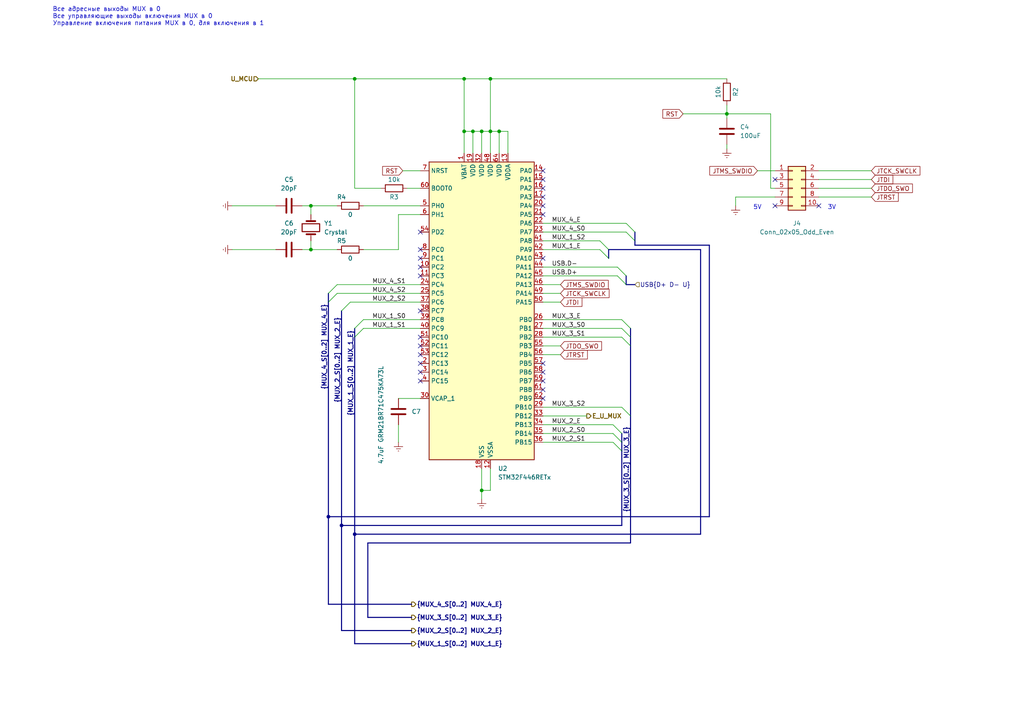
<source format=kicad_sch>
(kicad_sch (version 20231120) (generator "eeschema") (generator_version "8.0")
  (paper "A4")
  (lib_symbols
    (symbol "Connector_Generic:Conn_02x05_Odd_Even" (pin_names (offset 1.016) hide)
      (property "Reference" "J" (at 1.27 7.62 0))
      (property "Value" "Conn_02x05_Odd_Even" (at 1.27 -7.62 0))
      (symbol "Conn_02x05_Odd_Even_1_1"
        (rectangle (start -1.27 -4.953) (end 0 -5.207) (stroke (width 0.1524)))
        (rectangle (start -1.27 -2.413) (end 0 -2.667) (stroke (width 0.1524)))
        (rectangle (start -1.27 0.127) (end 0 -0.127) (stroke (width 0.1524)))
        (rectangle (start -1.27 2.667) (end 0 2.413) (stroke (width 0.1524)))
        (rectangle (start -1.27 5.207) (end 0 4.953) (stroke (width 0.1524)))
        (rectangle (start -1.27 6.35) (end 3.81 -6.35) (stroke (width 0.254)) (fill (type background)))
        (rectangle (start 3.81 -4.953) (end 2.54 -5.207) (stroke (width 0.1524)))
        (rectangle (start 3.81 -2.413) (end 2.54 -2.667) (stroke (width 0.1524)))
        (rectangle (start 3.81 0.127) (end 2.54 -0.127) (stroke (width 0.1524)))
        (rectangle (start 3.81 2.667) (end 2.54 2.413) (stroke (width 0.1524)))
        (rectangle (start 3.81 5.207) (end 2.54 4.953) (stroke (width 0.1524)))
        (pin passive line (at -5.08 5.08 0) (length 3.81) (name "Pin_1") (number "1"))
        (pin passive line (at 7.62 -5.08 180) (length 3.81) (name "Pin_10") (number "10"))
        (pin passive line (at 7.62 5.08 180) (length 3.81) (name "Pin_2") (number "2"))
        (pin passive line (at -5.08 2.54 0) (length 3.81) (name "Pin_3") (number "3"))
        (pin passive line (at 7.62 2.54 180) (length 3.81) (name "Pin_4") (number "4"))
        (pin passive line (at -5.08 0 0) (length 3.81) (name "Pin_5") (number "5"))
        (pin passive line (at 7.62 0 180) (length 3.81) (name "Pin_6") (number "6"))
        (pin passive line (at -5.08 -2.54 0) (length 3.81) (name "Pin_7") (number "7"))
        (pin passive line (at 7.62 -2.54 180) (length 3.81) (name "Pin_8") (number "8"))
        (pin passive line (at -5.08 -5.08 0) (length 3.81) (name "Pin_9") (number "9"))
      )
    )
    (symbol "Device:C" (pin_numbers hide) (pin_names (offset 0.254))
      (property "Reference" "C" (at 0.635 2.54 0))
      (property "Value" "C" (at 0.635 -2.54 0))
      (symbol "C_0_1"
        (polyline (pts (xy -2.032 -0.762) (xy 2.032 -0.762)) (stroke (width 0.508)))
        (polyline (pts (xy -2.032 0.762) (xy 2.032 0.762)) (stroke (width 0.508)))
      )
      (symbol "C_1_1"
        (pin passive line (at 0 3.81 270) (length 2.794) (name "~") (number "1"))
        (pin passive line (at 0 -3.81 90) (length 2.794) (name "~") (number "2"))
      )
    )
    (symbol "Device:Crystal" (pin_numbers hide) (pin_names (offset 1.016) hide)
      (property "Reference" "Y" (at 0 3.81 0))
      (property "Value" "Crystal" (at 0 -3.81 0))
      (symbol "Crystal_0_1"
        (rectangle (start -1.143 2.54) (end 1.143 -2.54) (stroke (width 0.3048)))
        (polyline (pts (xy -2.54 0) (xy -1.905 0)))
        (polyline (pts (xy -1.905 -1.27) (xy -1.905 1.27)) (stroke (width 0.508)))
        (polyline (pts (xy 1.905 -1.27) (xy 1.905 1.27)) (stroke (width 0.508)))
        (polyline (pts (xy 2.54 0) (xy 1.905 0)))
      )
      (symbol "Crystal_1_1"
        (pin passive line (at -3.81 0 0) (length 1.27) (name "1") (number "1"))
        (pin passive line (at 3.81 0 180) (length 1.27) (name "2") (number "2"))
      )
    )
    (symbol "Device:R" (pin_numbers hide) (pin_names (offset 0))
      (property "Reference" "R" (at 2.032 0 90))
      (property "Value" "R" (at 0 0 90))
      (symbol "R_0_1"
        (rectangle (start -1.016 -2.54) (end 1.016 2.54) (stroke (width 0.254)))
      )
      (symbol "R_1_1"
        (pin passive line (at 0 3.81 270) (length 1.27) (name "~") (number "1"))
        (pin passive line (at 0 -3.81 90) (length 1.27) (name "~") (number "2"))
      )
    )
    (symbol "MCU_ST_STM32F4:STM32F446RETx"
      (property "Reference" "U" (at -15.24 44.45 0))
      (property "Value" "STM32F446RETx" (at 10.16 44.45 0))
      (symbol "STM32F446RETx_0_1"
        (rectangle (start -15.24 -43.18) (end 15.24 43.18) (stroke (width 0.254)) (fill (type background)))
      )
      (symbol "STM32F446RETx_1_1"
        (pin power_in line (at -5.08 45.72 270) (length 2.54) (name "VBAT") (number "1"))
        (pin bidirectional line (at -17.78 12.7 0) (length 2.54) (name "PC2") (number "10"))
        (pin bidirectional line (at -17.78 10.16 0) (length 2.54) (name "PC3") (number "11"))
        (pin power_in line (at 2.54 -45.72 90) (length 2.54) (name "VSSA") (number "12"))
        (pin power_in line (at 7.62 45.72 270) (length 2.54) (name "VDDA") (number "13"))
        (pin bidirectional line (at 17.78 40.64 180) (length 2.54) (name "PA0") (number "14"))
        (pin bidirectional line (at 17.78 38.1 180) (length 2.54) (name "PA1") (number "15"))
        (pin bidirectional line (at 17.78 35.56 180) (length 2.54) (name "PA2") (number "16"))
        (pin bidirectional line (at 17.78 33.02 180) (length 2.54) (name "PA3") (number "17"))
        (pin power_in line (at 0 -45.72 90) (length 2.54) (name "VSS") (number "18"))
        (pin power_in line (at -2.54 45.72 270) (length 2.54) (name "VDD") (number "19"))
        (pin bidirectional line (at -17.78 -15.24 0) (length 2.54) (name "PC13") (number "2"))
        (pin bidirectional line (at 17.78 30.48 180) (length 2.54) (name "PA4") (number "20"))
        (pin bidirectional line (at 17.78 27.94 180) (length 2.54) (name "PA5") (number "21"))
        (pin bidirectional line (at 17.78 25.4 180) (length 2.54) (name "PA6") (number "22"))
        (pin bidirectional line (at 17.78 22.86 180) (length 2.54) (name "PA7") (number "23"))
        (pin bidirectional line (at -17.78 7.62 0) (length 2.54) (name "PC4") (number "24"))
        (pin bidirectional line (at -17.78 5.08 0) (length 2.54) (name "PC5") (number "25"))
        (pin bidirectional line (at 17.78 -2.54 180) (length 2.54) (name "PB0") (number "26"))
        (pin bidirectional line (at 17.78 -5.08 180) (length 2.54) (name "PB1") (number "27"))
        (pin bidirectional line (at 17.78 -7.62 180) (length 2.54) (name "PB2") (number "28"))
        (pin bidirectional line (at 17.78 -27.94 180) (length 2.54) (name "PB10") (number "29"))
        (pin bidirectional line (at -17.78 -17.78 0) (length 2.54) (name "PC14") (number "3"))
        (pin power_out line (at -17.78 -25.4 0) (length 2.54) (name "VCAP_1") (number "30"))
        (pin passive line (at 0 -45.72 90) (length 2.54) hide (name "VSS") (number "31"))
        (pin power_in line (at 0 45.72 270) (length 2.54) (name "VDD") (number "32"))
        (pin bidirectional line (at 17.78 -30.48 180) (length 2.54) (name "PB12") (number "33"))
        (pin bidirectional line (at 17.78 -33.02 180) (length 2.54) (name "PB13") (number "34"))
        (pin bidirectional line (at 17.78 -35.56 180) (length 2.54) (name "PB14") (number "35"))
        (pin bidirectional line (at 17.78 -38.1 180) (length 2.54) (name "PB15") (number "36"))
        (pin bidirectional line (at -17.78 2.54 0) (length 2.54) (name "PC6") (number "37"))
        (pin bidirectional line (at -17.78 0 0) (length 2.54) (name "PC7") (number "38"))
        (pin bidirectional line (at -17.78 -2.54 0) (length 2.54) (name "PC8") (number "39"))
        (pin bidirectional line (at -17.78 -20.32 0) (length 2.54) (name "PC15") (number "4"))
        (pin bidirectional line (at -17.78 -5.08 0) (length 2.54) (name "PC9") (number "40"))
        (pin bidirectional line (at 17.78 20.32 180) (length 2.54) (name "PA8") (number "41"))
        (pin bidirectional line (at 17.78 17.78 180) (length 2.54) (name "PA9") (number "42"))
        (pin bidirectional line (at 17.78 15.24 180) (length 2.54) (name "PA10") (number "43"))
        (pin bidirectional line (at 17.78 12.7 180) (length 2.54) (name "PA11") (number "44"))
        (pin bidirectional line (at 17.78 10.16 180) (length 2.54) (name "PA12") (number "45"))
        (pin bidirectional line (at 17.78 7.62 180) (length 2.54) (name "PA13") (number "46"))
        (pin passive line (at 0 -45.72 90) (length 2.54) hide (name "VSS") (number "47"))
        (pin power_in line (at 2.54 45.72 270) (length 2.54) (name "VDD") (number "48"))
        (pin bidirectional line (at 17.78 5.08 180) (length 2.54) (name "PA14") (number "49"))
        (pin bidirectional line (at -17.78 30.48 0) (length 2.54) (name "PH0") (number "5"))
        (pin bidirectional line (at 17.78 2.54 180) (length 2.54) (name "PA15") (number "50"))
        (pin bidirectional line (at -17.78 -7.62 0) (length 2.54) (name "PC10") (number "51"))
        (pin bidirectional line (at -17.78 -10.16 0) (length 2.54) (name "PC11") (number "52"))
        (pin bidirectional line (at -17.78 -12.7 0) (length 2.54) (name "PC12") (number "53"))
        (pin bidirectional line (at -17.78 22.86 0) (length 2.54) (name "PD2") (number "54"))
        (pin bidirectional line (at 17.78 -10.16 180) (length 2.54) (name "PB3") (number "55"))
        (pin bidirectional line (at 17.78 -12.7 180) (length 2.54) (name "PB4") (number "56"))
        (pin bidirectional line (at 17.78 -15.24 180) (length 2.54) (name "PB5") (number "57"))
        (pin bidirectional line (at 17.78 -17.78 180) (length 2.54) (name "PB6") (number "58"))
        (pin bidirectional line (at 17.78 -20.32 180) (length 2.54) (name "PB7") (number "59"))
        (pin bidirectional line (at -17.78 27.94 0) (length 2.54) (name "PH1") (number "6"))
        (pin input line (at -17.78 35.56 0) (length 2.54) (name "BOOT0") (number "60"))
        (pin bidirectional line (at 17.78 -22.86 180) (length 2.54) (name "PB8") (number "61"))
        (pin bidirectional line (at 17.78 -25.4 180) (length 2.54) (name "PB9") (number "62"))
        (pin passive line (at 0 -45.72 90) (length 2.54) hide (name "VSS") (number "63"))
        (pin power_in line (at 5.08 45.72 270) (length 2.54) (name "VDD") (number "64"))
        (pin input line (at -17.78 40.64 0) (length 2.54) (name "NRST") (number "7"))
        (pin bidirectional line (at -17.78 17.78 0) (length 2.54) (name "PC0") (number "8"))
        (pin bidirectional line (at -17.78 15.24 0) (length 2.54) (name "PC1") (number "9"))
      )
    )
    (symbol "power:Earth" (power) (pin_names (offset 0))
      (symbol "Earth_0_1"
        (polyline (pts (xy -0.635 -1.905) (xy 0.635 -1.905)))
        (polyline (pts (xy -0.127 -2.54) (xy 0.127 -2.54)))
        (polyline (pts (xy 0 -1.27) (xy 0 0)))
        (polyline (pts (xy 1.27 -1.27) (xy -1.27 -1.27)))
      )
      (symbol "Earth_1_1"
        (pin power_in line (at 0 0 270) (length 0) hide (name "Earth") (number "1"))
      )
    )
  )
  (junction (at 142.24 38.1))
  (junction (at 90.17 72.39))
  (junction (at 134.62 38.1))
  (junction (at 99.06 152.4))
  (junction (at 139.7 38.1))
  (junction (at 142.24 22.86))
  (junction (at 90.17 59.69))
  (junction (at 139.7 142.24))
  (junction (at 102.87 154.94))
  (junction (at 102.87 22.86))
  (junction (at 95.25 149.86))
  (junction (at 137.16 38.1))
  (junction (at 210.82 33.02))
  (junction (at 134.62 22.86))
  (junction (at 144.78 38.1))
  (no_connect (at 121.92 90.17))
  (no_connect (at 121.92 110.49))
  (no_connect (at 157.48 59.69))
  (no_connect (at 157.48 107.95))
  (no_connect (at 121.92 100.33))
  (no_connect (at 237.49 59.69))
  (no_connect (at 121.92 72.39))
  (no_connect (at 157.48 52.07))
  (no_connect (at 121.92 102.87))
  (no_connect (at 121.92 105.41))
  (no_connect (at 157.48 62.23))
  (no_connect (at 157.48 105.41))
  (no_connect (at 121.92 74.93))
  (no_connect (at 224.79 52.07))
  (no_connect (at 157.48 49.53))
  (no_connect (at 157.48 74.93))
  (no_connect (at 121.92 67.31))
  (no_connect (at 121.92 77.47))
  (no_connect (at 157.48 57.15))
  (no_connect (at 224.79 59.69))
  (no_connect (at 121.92 80.01))
  (no_connect (at 121.92 107.95))
  (no_connect (at 157.48 113.03))
  (no_connect (at 121.92 97.79))
  (no_connect (at 157.48 110.49))
  (no_connect (at 157.48 54.61))
  (no_connect (at 157.48 115.57))
  (bus_entry (at 102.87 95.25) (size 2.54 -2.54))
  (bus_entry (at 182.88 95.25) (size -2.54 -2.54))
  (bus_entry (at 180.34 130.81) (size -2.54 -2.54))
  (bus_entry (at 180.34 125.73) (size -2.54 -2.54))
  (bus_entry (at 95.25 85.09) (size 2.54 -2.54))
  (bus_entry (at 182.88 120.65) (size -2.54 -2.54))
  (bus_entry (at 182.88 100.33) (size -2.54 -2.54))
  (bus_entry (at 95.25 87.63) (size 2.54 -2.54))
  (bus_entry (at 102.87 97.79) (size 2.54 -2.54))
  (bus_entry (at 176.53 74.93) (size -2.54 -2.54))
  (bus_entry (at 181.61 80.01) (size -2.54 -2.54))
  (bus_entry (at 184.15 67.31) (size -2.54 -2.54))
  (bus_entry (at 184.15 69.85) (size -2.54 -2.54))
  (bus_entry (at 182.88 97.79) (size -2.54 -2.54))
  (bus_entry (at 181.61 82.55) (size -2.54 -2.54))
  (bus_entry (at 176.53 72.39) (size -2.54 -2.54))
  (bus_entry (at 180.34 128.27) (size -2.54 -2.54))
  (bus_entry (at 99.06 90.17) (size 2.54 -2.54))
  (wire (pts (xy 237.49 57.15) (xy 252.73 57.15)))
  (bus (pts (xy 180.34 125.73) (xy 180.34 128.27)))
  (wire (pts (xy 157.48 82.55) (xy 162.56 82.55)))
  (wire (pts (xy 74.93 22.86) (xy 102.87 22.86)))
  (wire (pts (xy 67.31 72.39) (xy 80.01 72.39)))
  (bus (pts (xy 95.25 149.86) (xy 95.25 175.26)))
  (wire (pts (xy 144.78 38.1) (xy 144.78 44.45)))
  (bus (pts (xy 182.88 120.65) (xy 182.88 157.48)))
  (bus (pts (xy 182.88 157.48) (xy 106.68 157.48)))
  (wire (pts (xy 237.49 49.53) (xy 252.73 49.53)))
  (bus (pts (xy 180.34 128.27) (xy 180.34 130.81)))
  (wire (pts (xy 102.87 22.86) (xy 134.62 22.86)))
  (wire (pts (xy 110.49 54.61) (xy 102.87 54.61)))
  (bus (pts (xy 99.06 90.17) (xy 99.06 152.4)))
  (wire (pts (xy 139.7 135.89) (xy 139.7 142.24)))
  (wire (pts (xy 213.36 57.15) (xy 213.36 59.69)))
  (bus (pts (xy 205.74 71.12) (xy 205.74 149.86)))
  (wire (pts (xy 210.82 41.91) (xy 210.82 43.18)))
  (wire (pts (xy 97.79 85.09) (xy 121.92 85.09)))
  (bus (pts (xy 205.74 149.86) (xy 95.25 149.86)))
  (wire (pts (xy 115.57 72.39) (xy 105.41 72.39)))
  (wire (pts (xy 223.52 54.61) (xy 223.52 33.02)))
  (wire (pts (xy 105.41 92.71) (xy 121.92 92.71)))
  (wire (pts (xy 139.7 142.24) (xy 139.7 144.78)))
  (bus (pts (xy 99.06 182.88) (xy 119.38 182.88)))
  (wire (pts (xy 90.17 59.69) (xy 90.17 62.23)))
  (bus (pts (xy 182.88 100.33) (xy 182.88 120.65)))
  (wire (pts (xy 157.48 80.01) (xy 179.07 80.01)))
  (bus (pts (xy 203.2 72.39) (xy 203.2 154.94)))
  (bus (pts (xy 176.53 72.39) (xy 176.53 74.93)))
  (wire (pts (xy 157.48 100.33) (xy 162.56 100.33)))
  (wire (pts (xy 115.57 62.23) (xy 115.57 72.39)))
  (wire (pts (xy 116.84 49.53) (xy 121.92 49.53)))
  (wire (pts (xy 237.49 54.61) (xy 252.73 54.61)))
  (wire (pts (xy 87.63 72.39) (xy 90.17 72.39)))
  (wire (pts (xy 90.17 69.85) (xy 90.17 72.39)))
  (wire (pts (xy 134.62 22.86) (xy 134.62 38.1)))
  (wire (pts (xy 67.31 59.69) (xy 80.01 59.69)))
  (wire (pts (xy 157.48 125.73) (xy 177.8 125.73)))
  (wire (pts (xy 142.24 142.24) (xy 139.7 142.24)))
  (wire (pts (xy 157.48 128.27) (xy 177.8 128.27)))
  (wire (pts (xy 157.48 64.77) (xy 181.61 64.77)))
  (wire (pts (xy 134.62 22.86) (xy 142.24 22.86)))
  (wire (pts (xy 97.79 82.55) (xy 121.92 82.55)))
  (wire (pts (xy 157.48 72.39) (xy 173.99 72.39)))
  (wire (pts (xy 115.57 128.27) (xy 115.57 123.19)))
  (wire (pts (xy 147.32 44.45) (xy 147.32 38.1)))
  (bus (pts (xy 106.68 179.07) (xy 119.38 179.07)))
  (bus (pts (xy 95.25 87.63) (xy 95.25 149.86)))
  (wire (pts (xy 157.48 120.65) (xy 170.18 120.65)))
  (wire (pts (xy 224.79 54.61) (xy 223.52 54.61)))
  (wire (pts (xy 115.57 115.57) (xy 121.92 115.57)))
  (wire (pts (xy 198.12 33.02) (xy 210.82 33.02)))
  (wire (pts (xy 102.87 54.61) (xy 102.87 22.86)))
  (bus (pts (xy 182.88 97.79) (xy 182.88 100.33)))
  (bus (pts (xy 102.87 95.25) (xy 102.87 97.79)))
  (wire (pts (xy 142.24 22.86) (xy 210.82 22.86)))
  (wire (pts (xy 142.24 135.89) (xy 142.24 142.24)))
  (wire (pts (xy 118.11 54.61) (xy 121.92 54.61)))
  (bus (pts (xy 99.06 152.4) (xy 99.06 182.88)))
  (wire (pts (xy 137.16 38.1) (xy 139.7 38.1)))
  (bus (pts (xy 180.34 130.81) (xy 180.34 152.4)))
  (wire (pts (xy 142.24 38.1) (xy 144.78 38.1)))
  (bus (pts (xy 182.88 95.25) (xy 182.88 97.79)))
  (bus (pts (xy 102.87 154.94) (xy 102.87 186.69)))
  (wire (pts (xy 157.48 102.87) (xy 162.56 102.87)))
  (bus (pts (xy 203.2 154.94) (xy 102.87 154.94)))
  (wire (pts (xy 105.41 59.69) (xy 121.92 59.69)))
  (bus (pts (xy 106.68 157.48) (xy 106.68 179.07)))
  (wire (pts (xy 157.48 69.85) (xy 173.99 69.85)))
  (wire (pts (xy 157.48 97.79) (xy 180.34 97.79)))
  (bus (pts (xy 176.53 72.39) (xy 203.2 72.39)))
  (wire (pts (xy 157.48 123.19) (xy 177.8 123.19)))
  (wire (pts (xy 210.82 33.02) (xy 210.82 34.29)))
  (wire (pts (xy 157.48 118.11) (xy 180.34 118.11)))
  (wire (pts (xy 147.32 38.1) (xy 144.78 38.1)))
  (bus (pts (xy 95.25 175.26) (xy 119.38 175.26)))
  (wire (pts (xy 105.41 95.25) (xy 121.92 95.25)))
  (wire (pts (xy 157.48 67.31) (xy 181.61 67.31)))
  (wire (pts (xy 157.48 85.09) (xy 162.56 85.09)))
  (bus (pts (xy 184.15 71.12) (xy 205.74 71.12)))
  (wire (pts (xy 157.48 87.63) (xy 162.56 87.63)))
  (wire (pts (xy 121.92 62.23) (xy 115.57 62.23)))
  (wire (pts (xy 142.24 38.1) (xy 142.24 44.45)))
  (bus (pts (xy 184.15 67.31) (xy 184.15 69.85)))
  (wire (pts (xy 139.7 38.1) (xy 142.24 38.1)))
  (bus (pts (xy 181.61 80.01) (xy 181.61 82.55)))
  (wire (pts (xy 134.62 38.1) (xy 137.16 38.1)))
  (wire (pts (xy 224.79 57.15) (xy 213.36 57.15)))
  (wire (pts (xy 101.6 87.63) (xy 121.92 87.63)))
  (wire (pts (xy 237.49 52.07) (xy 252.73 52.07)))
  (wire (pts (xy 157.48 95.25) (xy 180.34 95.25)))
  (bus (pts (xy 102.87 97.79) (xy 102.87 154.94)))
  (wire (pts (xy 90.17 72.39) (xy 97.79 72.39)))
  (bus (pts (xy 180.34 152.4) (xy 99.06 152.4)))
  (wire (pts (xy 134.62 44.45) (xy 134.62 38.1)))
  (wire (pts (xy 87.63 59.69) (xy 90.17 59.69)))
  (wire (pts (xy 139.7 38.1) (xy 139.7 44.45)))
  (bus (pts (xy 95.25 85.09) (xy 95.25 87.63)))
  (wire (pts (xy 157.48 77.47) (xy 179.07 77.47)))
  (wire (pts (xy 137.16 38.1) (xy 137.16 44.45)))
  (bus (pts (xy 184.15 82.55) (xy 181.61 82.55)))
  (wire (pts (xy 157.48 92.71) (xy 180.34 92.71)))
  (bus (pts (xy 184.15 69.85) (xy 184.15 71.12)))
  (wire (pts (xy 210.82 33.02) (xy 223.52 33.02)))
  (wire (pts (xy 142.24 22.86) (xy 142.24 38.1)))
  (wire (pts (xy 210.82 30.48) (xy 210.82 33.02)))
  (bus (pts (xy 102.87 186.69) (xy 119.38 186.69)))
  (wire (pts (xy 90.17 59.69) (xy 97.79 59.69)))
  (wire (pts (xy 219.71 49.53) (xy 224.79 49.53)))
  (text "Все адресные выходы MUX в 0\nВсе управляющие выходы включения MUX в 0\nУправление включения питания MUX в 0, для включения в 1" (at 15.24 7.62 0) (effects (font (size 1.27 1.27)) (justify left bottom)))
  (text "5V" (at 218.44 60.96 0) (effects (font (size 1.27 1.27)) (justify left bottom)))
  (text "3V" (at 240.03 60.96 0) (effects (font (size 1.27 1.27)) (justify left bottom)))
  (label "USB.D+" (at 160.02 80.01 0))
  (label "MUX_2_S2" (at 107.95 87.63 0))
  (label "MUX_2_S0" (at 160.02 125.73 0))
  (label "MUX_1_S1" (at 107.95 95.25 0))
  (label "MUX_2_S1" (at 160.02 128.27 0))
  (label "{MUX_4_S[0..2] MUX_4_E}" (at 95.25 113.03 90) (effects (font (bold yes))))
  (label "MUX_3_S0" (at 160.02 95.25 0))
  (label "MUX_4_S1" (at 107.95 82.55 0))
  (label "{MUX_2_S[0..2] MUX_2_E}" (at 99.06 116.84 90) (effects (font (bold yes))))
  (label "{MUX_3_S[0..2] MUX_3_E}" (at 182.88 148.59 90) (effects (font (bold yes))))
  (label "MUX_3_S2" (at 160.02 118.11 0))
  (label "{MUX_1_S[0..2] MUX_1_E}" (at 102.87 120.65 90) (effects (font (bold yes))))
  (label "MUX_4_E" (at 160.02 64.77 0))
  (label "MUX_1_E" (at 160.02 72.39 0))
  (label "MUX_2_E" (at 160.02 123.19 0))
  (label "USB.D-" (at 160.02 77.47 0))
  (label "MUX_3_E" (at 160.02 92.71 0))
  (label "MUX_4_S2" (at 107.95 85.09 0))
  (label "MUX_1_S2" (at 160.02 69.85 0))
  (label "MUX_1_S0" (at 107.95 92.71 0))
  (label "MUX_3_S1" (at 160.02 97.79 0))
  (label "MUX_4_S0" (at 160.02 67.31 0))
  (global_label "RST" (shape input) (at 198.12 33.02 180) (property "Intersheetrefs" "${INTERSHEET_REFS}" (effects (hide yes))))
  (global_label "JTRST" (shape input) (at 252.73 57.15 0) (property "Intersheetrefs" "${INTERSHEET_REFS}" (effects (hide yes))))
  (global_label "JTDI" (shape input) (at 252.73 52.07 0) (property "Intersheetrefs" "${INTERSHEET_REFS}" (effects (hide yes))))
  (global_label "JTCK_SWCLK" (shape input) (at 162.56 85.09 0) (property "Intersheetrefs" "${INTERSHEET_REFS}" (effects (hide yes))))
  (global_label "JTMS_SWDIO" (shape input) (at 162.56 82.55 0) (property "Intersheetrefs" "${INTERSHEET_REFS}" (effects (hide yes))))
  (global_label "JTDO_SWO" (shape input) (at 162.56 100.33 0) (property "Intersheetrefs" "${INTERSHEET_REFS}" (effects (hide yes))))
  (global_label "JTMS_SWDIO" (shape input) (at 219.71 49.53 180) (property "Intersheetrefs" "${INTERSHEET_REFS}" (effects (hide yes))))
  (global_label "RST" (shape input) (at 116.84 49.53 180) (property "Intersheetrefs" "${INTERSHEET_REFS}" (effects (hide yes))))
  (global_label "JTRST" (shape input) (at 162.56 102.87 0) (property "Intersheetrefs" "${INTERSHEET_REFS}" (effects (hide yes))))
  (global_label "JTDI" (shape input) (at 162.56 87.63 0) (property "Intersheetrefs" "${INTERSHEET_REFS}" (effects (hide yes))))
  (global_label "JTDO_SWO" (shape input) (at 252.73 54.61 0) (property "Intersheetrefs" "${INTERSHEET_REFS}" (effects (hide yes))))
  (global_label "JTCK_SWCLK" (shape input) (at 252.73 49.53 0) (property "Intersheetrefs" "${INTERSHEET_REFS}" (effects (hide yes))))
  (hierarchical_label "USB{D+ D- U}" (shape input) (at 184.15 82.55 0))
  (hierarchical_label "E_U_MUX" (shape output) (at 170.18 120.65 0) (effects (font (bold yes))))
  (hierarchical_label "U_MCU" (shape input) (at 74.93 22.86 180) (effects (font (bold yes))))
  (hierarchical_label "{MUX_2_S[0..2] MUX_2_E}" (shape output) (at 119.38 182.88 0) (effects (font (bold yes))))
  (hierarchical_label "{MUX_3_S[0..2] MUX_3_E}" (shape output) (at 119.38 179.07 0) (effects (font (bold yes))))
  (hierarchical_label "{MUX_4_S[0..2] MUX_4_E}" (shape output) (at 119.38 175.26 0) (effects (font (bold yes))))
  (hierarchical_label "{MUX_1_S[0..2] MUX_1_E}" (shape output) (at 119.38 186.69 0) (effects (font (bold yes))))
  (symbol (lib_id "power:Earth") (at 213.36 59.69 0) (unit 1)
    (property "Reference" "#PWR09" (effects (hide yes)))
    (property "Value" "Earth" (effects (hide yes)))
  )
  (symbol (lib_id "Device:C") (at 83.82 72.39 90) (unit 1)
    (property "Reference" "C6" (at 83.82 64.77 90))
    (property "Value" "20pF" (at 83.82 67.31 90))
    (property "Footprint" "Capacitor_SMD:C_0805_2012Metric_Pad1.18x1.45mm_HandSolder" (effects (hide yes)))
  )
  (symbol (lib_id "Device:R") (at 114.3 54.61 270) (unit 1)
    (property "Reference" "R3" (at 114.3 57.15 90))
    (property "Value" "10k" (at 114.3 52.07 90))
    (property "Footprint" "Resistor_SMD:R_1206_3216Metric_Pad1.30x1.75mm_HandSolder" (effects (hide yes)))
  )
  (symbol (lib_id "Device:C") (at 83.82 59.69 90) (unit 1)
    (property "Reference" "C5" (at 83.82 52.07 90))
    (property "Value" "20pF" (at 83.82 54.61 90))
    (property "Footprint" "Capacitor_SMD:C_0805_2012Metric_Pad1.18x1.45mm_HandSolder" (effects (hide yes)))
  )
  (symbol (lib_id "Device:R") (at 210.82 26.67 0) (unit 1)
    (property "Reference" "R2" (at 213.36 26.67 90))
    (property "Value" "10k" (at 208.28 26.67 90))
    (property "Footprint" "Resistor_SMD:R_1206_3216Metric_Pad1.30x1.75mm_HandSolder" (effects (hide yes)))
  )
  (symbol (lib_id "power:Earth") (at 210.82 43.18 0) (unit 1)
    (property "Reference" "#PWR07" (effects (hide yes)))
    (property "Value" "Earth" (effects (hide yes)))
  )
  (symbol (lib_id "Connector_Generic:Conn_02x05_Odd_Even") (at 229.87 54.61 0) (unit 1)
    (property "Reference" "J4" (at 231.14 64.77 0))
    (property "Value" "Conn_02x05_Odd_Even" (at 231.14 67.31 0))
    (property "Footprint" "Connector_IDC:IDC-Header_2x05_P2.54mm_Vertical" (effects (hide yes)))
  )
  (symbol (lib_id "power:Earth") (at 67.31 72.39 270) (unit 1)
    (property "Reference" "#PWR011" (effects (hide yes)))
    (property "Value" "Earth" (effects (hide yes)))
  )
  (symbol (lib_id "power:Earth") (at 115.57 128.27 0) (unit 1)
    (property "Reference" "#PWR012" (effects (hide yes)))
    (property "Value" "Earth" (effects (hide yes)))
  )
  (symbol (lib_id "Device:R") (at 101.6 72.39 270) (unit 1)
    (property "Reference" "R5" (at 99.06 69.85 90))
    (property "Value" "0" (at 101.6 74.93 90))
    (property "Footprint" "Resistor_SMD:R_1206_3216Metric_Pad1.30x1.75mm_HandSolder" (effects (hide yes)))
  )
  (symbol (lib_id "Device:C") (at 115.57 119.38 180) (unit 1)
    (property "Reference" "C7" (at 119.38 119.38 0) (effects (justify right)))
    (property "Value" "4.7uF GRM21BR71C475KA73L" (at 110.49 134.62 90) (effects (justify right)))
    (property "Footprint" "Capacitor_SMD:C_0805_2012Metric_Pad1.18x1.45mm_HandSolder" (effects (hide yes)))
  )
  (symbol (lib_id "power:Earth") (at 139.7 144.78 0) (unit 1)
    (property "Reference" "#PWR013" (effects (hide yes)))
    (property "Value" "Earth" (effects (hide yes)))
  )
  (symbol (lib_id "Device:C") (at 210.82 38.1 180) (unit 1)
    (property "Reference" "C4" (at 214.63 36.83 0) (effects (justify right)))
    (property "Value" "100uF" (at 214.63 39.37 0) (effects (justify right)))
    (property "Footprint" "Capacitor_SMD:C_0805_2012Metric_Pad1.18x1.45mm_HandSolder" (effects (hide yes)))
  )
  (symbol (lib_id "MCU_ST_STM32F4:STM32F446RETx") (at 139.7 90.17 0) (unit 1)
    (property "Reference" "U2" (at 144.4341 135.89 0) (effects (justify left)))
    (property "Value" "STM32F446RETx" (at 144.4341 138.43 0) (effects (justify left)))
    (property "Footprint" "Package_QFP:LQFP-64_10x10mm_P0.5mm" (effects (hide yes)))
    (property "Datasheet" "https://www.st.com/resource/en/datasheet/stm32f446re.pdf" (effects (hide yes)))
  )
  (symbol (lib_id "Device:Crystal") (at 90.17 66.04 90) (unit 1)
    (property "Reference" "Y1" (at 93.98 64.77 90) (effects (justify right)))
    (property "Value" "Crystal" (at 93.98 67.31 90) (effects (justify right)))
    (property "Footprint" "Crystal:Crystal_HC49-U_Vertical" (effects (hide yes)))
  )
  (symbol (lib_id "Device:R") (at 101.6 59.69 270) (unit 1)
    (property "Reference" "R4" (at 99.06 57.15 90))
    (property "Value" "0" (at 101.6 62.23 90))
    (property "Footprint" "Resistor_SMD:R_1206_3216Metric_Pad1.30x1.75mm_HandSolder" (effects (hide yes)))
  )
  (symbol (lib_id "power:Earth") (at 67.31 59.69 270) (unit 1)
    (property "Reference" "#PWR010" (effects (hide yes)))
    (property "Value" "Earth" (effects (hide yes)))
  )
)
</source>
